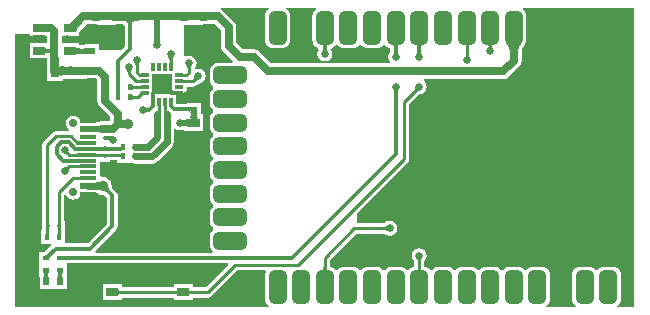
<source format=gtl>
G04 Layer_Physical_Order=1*
G04 Layer_Color=255*
%FSAX25Y25*%
%MOIN*%
G70*
G01*
G75*
%ADD10R,0.01575X0.02362*%
%ADD11R,0.03937X0.03150*%
%ADD12R,0.02362X0.01968*%
%ADD13R,0.11024X0.11024*%
G04:AMPARAMS|DCode=14|XSize=110.24mil|YSize=59.84mil|CornerRadius=14.96mil|HoleSize=0mil|Usage=FLASHONLY|Rotation=270.000|XOffset=0mil|YOffset=0mil|HoleType=Round|Shape=RoundedRectangle|*
%AMROUNDEDRECTD14*
21,1,0.11024,0.02992,0,0,270.0*
21,1,0.08031,0.05984,0,0,270.0*
1,1,0.02992,-0.01496,-0.04016*
1,1,0.02992,-0.01496,0.04016*
1,1,0.02992,0.01496,0.04016*
1,1,0.02992,0.01496,-0.04016*
%
%ADD14ROUNDEDRECTD14*%
G04:AMPARAMS|DCode=15|XSize=110.24mil|YSize=59.84mil|CornerRadius=14.96mil|HoleSize=0mil|Usage=FLASHONLY|Rotation=180.000|XOffset=0mil|YOffset=0mil|HoleType=Round|Shape=RoundedRectangle|*
%AMROUNDEDRECTD15*
21,1,0.11024,0.02992,0,0,180.0*
21,1,0.08031,0.05984,0,0,180.0*
1,1,0.02992,-0.04016,0.01496*
1,1,0.02992,0.04016,0.01496*
1,1,0.02992,0.04016,-0.01496*
1,1,0.02992,-0.04016,-0.01496*
%
%ADD15ROUNDEDRECTD15*%
%ADD16R,0.03937X0.02756*%
%ADD17R,0.05512X0.01181*%
%ADD18R,0.05512X0.02362*%
%ADD19R,0.03150X0.03937*%
%ADD20R,0.00984X0.01417*%
%ADD21R,0.01968X0.02756*%
%ADD22R,0.02362X0.01575*%
%ADD23R,0.01417X0.00984*%
%ADD24R,0.03937X0.02953*%
G04:AMPARAMS|DCode=25|XSize=29.92mil|YSize=10.63mil|CornerRadius=1.33mil|HoleSize=0mil|Usage=FLASHONLY|Rotation=270.000|XOffset=0mil|YOffset=0mil|HoleType=Round|Shape=RoundedRectangle|*
%AMROUNDEDRECTD25*
21,1,0.02992,0.00797,0,0,270.0*
21,1,0.02726,0.01063,0,0,270.0*
1,1,0.00266,-0.00399,-0.01363*
1,1,0.00266,-0.00399,0.01363*
1,1,0.00266,0.00399,0.01363*
1,1,0.00266,0.00399,-0.01363*
%
%ADD25ROUNDEDRECTD25*%
G04:AMPARAMS|DCode=26|XSize=29.92mil|YSize=10.63mil|CornerRadius=1.33mil|HoleSize=0mil|Usage=FLASHONLY|Rotation=180.000|XOffset=0mil|YOffset=0mil|HoleType=Round|Shape=RoundedRectangle|*
%AMROUNDEDRECTD26*
21,1,0.02992,0.00797,0,0,180.0*
21,1,0.02726,0.01063,0,0,180.0*
1,1,0.00266,-0.01363,0.00399*
1,1,0.00266,0.01363,0.00399*
1,1,0.00266,0.01363,-0.00399*
1,1,0.00266,-0.01363,-0.00399*
%
%ADD26ROUNDEDRECTD26*%
%ADD27R,0.07087X0.07087*%
%ADD28C,0.00984*%
%ADD29C,0.01181*%
%ADD30C,0.01968*%
%ADD31C,0.02756*%
%ADD32C,0.01000*%
%ADD33C,0.02362*%
%ADD34C,0.01575*%
%ADD35C,0.02756*%
%ADD36O,0.06299X0.03937*%
%ADD37O,0.08268X0.03937*%
%ADD38C,0.02559*%
%ADD39C,0.03543*%
G36*
X0132678Y0156592D02*
X0132641Y0156663D01*
X0132593Y0156727D01*
X0132534Y0156784D01*
X0132465Y0156833D01*
X0132384Y0156874D01*
X0132292Y0156908D01*
X0132190Y0156935D01*
X0132137Y0156943D01*
X0131689Y0156916D01*
X0131630Y0156901D01*
X0131594Y0156883D01*
X0131582Y0156862D01*
Y0158256D01*
X0131594Y0158236D01*
X0131630Y0158218D01*
X0131689Y0158202D01*
X0131772Y0158188D01*
X0131878Y0158176D01*
X0132338Y0158154D01*
X0132536Y0158152D01*
X0133070Y0158188D01*
X0133152Y0158202D01*
X0133287Y0158236D01*
X0133340Y0158256D01*
X0132678Y0156592D01*
D02*
G37*
G36*
X0158673Y0161232D02*
X0158654Y0161342D01*
X0158595Y0161441D01*
X0158496Y0161528D01*
X0158358Y0161603D01*
X0158181Y0161666D01*
X0157965Y0161718D01*
X0157709Y0161759D01*
X0157414Y0161788D01*
X0156705Y0161811D01*
Y0163779D01*
X0157079Y0163785D01*
X0157709Y0163832D01*
X0157965Y0163872D01*
X0158181Y0163924D01*
X0158358Y0163988D01*
X0158496Y0164063D01*
X0158595Y0164150D01*
X0158654Y0164248D01*
X0158673Y0164358D01*
Y0161232D01*
D02*
G37*
G36*
X0105905Y0191732D02*
X0108887D01*
X0109055Y0191710D01*
X0111592D01*
Y0189370D01*
X0105905D01*
Y0184252D01*
X0111592D01*
Y0180118D01*
X0111614Y0179950D01*
Y0176772D01*
X0115877D01*
X0115933Y0176760D01*
X0115989Y0176772D01*
X0117126D01*
Y0177427D01*
X0117151Y0177432D01*
X0117416Y0177472D01*
X0118127Y0177523D01*
X0118898Y0177509D01*
Y0177362D01*
X0119939D01*
X0119947Y0177360D01*
X0119979Y0177362D01*
X0120035D01*
X0120091Y0177351D01*
X0120147Y0177362D01*
X0125197D01*
Y0177537D01*
X0128065D01*
X0128521Y0177081D01*
Y0170079D01*
X0128609Y0169411D01*
X0128867Y0168788D01*
X0129277Y0168254D01*
X0132852Y0164679D01*
Y0163697D01*
X0132776Y0163228D01*
X0129429D01*
Y0163146D01*
X0129253Y0163123D01*
X0128937Y0162992D01*
X0123002D01*
X0122966Y0163267D01*
X0122708Y0163889D01*
X0122298Y0164424D01*
X0121763Y0164834D01*
X0121141Y0165092D01*
X0120472Y0165180D01*
X0119804Y0165092D01*
X0119182Y0164834D01*
X0118647Y0164424D01*
X0118237Y0163889D01*
X0117979Y0163267D01*
X0117891Y0162598D01*
X0117979Y0161930D01*
X0118237Y0161308D01*
X0118647Y0160773D01*
X0119038Y0160474D01*
X0118868Y0159974D01*
X0114567D01*
X0113914Y0159844D01*
X0113361Y0159474D01*
X0110605Y0156718D01*
X0110235Y0156165D01*
X0110105Y0155512D01*
Y0130020D01*
X0110000D01*
Y0127165D01*
X0109843D01*
Y0122441D01*
X0112880D01*
X0113087Y0121941D01*
X0111076Y0119930D01*
X0110984Y0119849D01*
X0110843Y0119737D01*
X0110767Y0119685D01*
X0110603D01*
X0110557Y0119696D01*
X0110494Y0119685D01*
X0109055D01*
Y0115748D01*
Y0113146D01*
X0109051Y0113133D01*
X0109055Y0113085D01*
Y0113060D01*
X0109044Y0113004D01*
X0109055Y0112948D01*
Y0111811D01*
X0109055D01*
X0109244Y0111389D01*
X0109252Y0111349D01*
Y0107480D01*
X0113583D01*
Y0107480D01*
X0113976D01*
Y0107480D01*
X0118307D01*
Y0111349D01*
X0118315Y0111387D01*
X0118504Y0111811D01*
X0118504Y0111811D01*
X0118504Y0111811D01*
Y0112948D01*
X0118515Y0113004D01*
X0118504Y0113060D01*
Y0113085D01*
X0118508Y0113133D01*
X0118504Y0113146D01*
Y0115910D01*
X0171899D01*
X0172091Y0115448D01*
X0164577Y0107934D01*
X0160236D01*
Y0108886D01*
X0153937D01*
Y0107934D01*
X0136614D01*
Y0108886D01*
X0130315D01*
Y0103571D01*
X0136614D01*
Y0104522D01*
X0153937D01*
Y0103571D01*
X0160236D01*
Y0104522D01*
X0165284D01*
X0165936Y0104652D01*
X0166490Y0105022D01*
X0175116Y0113648D01*
X0184306D01*
X0184629Y0113148D01*
X0184478Y0112785D01*
X0184386Y0112087D01*
Y0104055D01*
X0184478Y0103356D01*
X0184748Y0102705D01*
X0185177Y0102146D01*
X0185737Y0101717D01*
X0185766Y0101704D01*
X0185667Y0101204D01*
X0101204D01*
Y0192520D01*
X0105905D01*
Y0191732D01*
D02*
G37*
G36*
X0122708Y0155524D02*
X0122700Y0155540D01*
X0122674Y0155555D01*
X0122631Y0155568D01*
X0122571Y0155579D01*
X0122494Y0155589D01*
X0122288Y0155602D01*
X0121850Y0155610D01*
Y0156595D01*
X0122013Y0156595D01*
X0122631Y0156637D01*
X0122674Y0156650D01*
X0122700Y0156665D01*
X0122708Y0156681D01*
Y0155524D01*
D02*
G37*
G36*
X0119446Y0147872D02*
X0119350Y0147773D01*
X0119192Y0147583D01*
X0119129Y0147493D01*
X0119078Y0147405D01*
X0119037Y0147321D01*
X0119008Y0147240D01*
X0118989Y0147162D01*
X0118982Y0147087D01*
X0118985Y0147015D01*
X0117881Y0148119D01*
X0117953Y0148116D01*
X0118028Y0148123D01*
X0118106Y0148142D01*
X0118187Y0148171D01*
X0118271Y0148212D01*
X0118359Y0148263D01*
X0118449Y0148326D01*
X0118543Y0148399D01*
X0118639Y0148484D01*
X0118739Y0148580D01*
X0119446Y0147872D01*
D02*
G37*
G36*
X0122708Y0151587D02*
X0122698Y0151602D01*
X0122668Y0151615D01*
X0122618Y0151627D01*
X0122548Y0151637D01*
X0122348Y0151653D01*
X0121708Y0151665D01*
Y0152665D01*
X0121898Y0152666D01*
X0122668Y0152716D01*
X0122698Y0152729D01*
X0122708Y0152744D01*
Y0151587D01*
D02*
G37*
G36*
X0118982Y0153307D02*
X0118989Y0153232D01*
X0119008Y0153154D01*
X0119037Y0153073D01*
X0119078Y0152989D01*
X0119129Y0152901D01*
X0119192Y0152811D01*
X0119265Y0152717D01*
X0119350Y0152621D01*
X0119446Y0152521D01*
X0118739Y0151814D01*
X0118639Y0151910D01*
X0118449Y0152068D01*
X0118359Y0152131D01*
X0118271Y0152182D01*
X0118187Y0152223D01*
X0118106Y0152252D01*
X0118028Y0152271D01*
X0117953Y0152278D01*
X0117881Y0152274D01*
X0118985Y0153379D01*
X0118982Y0153307D01*
D02*
G37*
G36*
X0159461Y0166154D02*
X0159641D01*
X0159646Y0166327D01*
X0161614D01*
X0161619Y0166154D01*
X0161799D01*
X0161764Y0166134D01*
X0161732Y0166075D01*
X0161705Y0165977D01*
X0161681Y0165839D01*
X0161660Y0165662D01*
X0161657Y0165594D01*
X0161702Y0165323D01*
X0161770Y0165067D01*
X0161857Y0164850D01*
X0161964Y0164673D01*
X0162091Y0164535D01*
X0162236Y0164437D01*
X0162402Y0164378D01*
X0162586Y0164358D01*
X0161616D01*
X0161614Y0164185D01*
X0159646D01*
X0159645Y0164358D01*
X0158673D01*
X0158858Y0164378D01*
X0159023Y0164437D01*
X0159169Y0164535D01*
X0159296Y0164673D01*
X0159403Y0164850D01*
X0159490Y0165067D01*
X0159558Y0165323D01*
X0159586Y0165489D01*
X0159555Y0165977D01*
X0159527Y0166075D01*
X0159496Y0166134D01*
X0159461Y0166154D01*
X0159449Y0166264D01*
X0159414Y0166362D01*
X0159354Y0166449D01*
X0159272Y0166524D01*
X0159166Y0166588D01*
X0159036Y0166640D01*
X0158882Y0166680D01*
X0158705Y0166709D01*
X0158504Y0166727D01*
X0158280Y0166732D01*
Y0167913D01*
X0158504Y0167915D01*
X0159166Y0167960D01*
X0159272Y0167980D01*
X0159354Y0168004D01*
X0159414Y0168032D01*
X0159449Y0168063D01*
X0159461Y0168098D01*
Y0166154D01*
D02*
G37*
G36*
X0144366Y0172120D02*
X0144273Y0172157D01*
X0144170Y0172170D01*
X0144056Y0172159D01*
X0143933Y0172124D01*
X0143799Y0172065D01*
X0143654Y0171983D01*
X0143500Y0171876D01*
X0143335Y0171745D01*
X0143160Y0171591D01*
X0142974Y0171412D01*
X0142023Y0171852D01*
X0142155Y0171990D01*
X0142377Y0172251D01*
X0142468Y0172376D01*
X0142545Y0172496D01*
X0142607Y0172613D01*
X0142656Y0172725D01*
X0142691Y0172833D01*
X0142712Y0172937D01*
X0142719Y0173036D01*
X0144366Y0172120D01*
D02*
G37*
G36*
X0307457Y0101204D02*
X0301734D01*
X0301635Y0101704D01*
X0301665Y0101717D01*
X0302224Y0102146D01*
X0302653Y0102705D01*
X0302923Y0103356D01*
X0303015Y0104055D01*
Y0112087D01*
X0302923Y0112785D01*
X0302653Y0113437D01*
X0302224Y0113996D01*
X0301665Y0114425D01*
X0301014Y0114695D01*
X0300315Y0114787D01*
X0297323D01*
X0296624Y0114695D01*
X0295973Y0114425D01*
X0295413Y0113996D01*
X0295187Y0113701D01*
X0294577D01*
X0294350Y0113996D01*
X0293791Y0114425D01*
X0293140Y0114695D01*
X0292441Y0114787D01*
X0289449D01*
X0288750Y0114695D01*
X0288099Y0114425D01*
X0287539Y0113996D01*
X0287110Y0113437D01*
X0286841Y0112785D01*
X0286749Y0112087D01*
Y0104055D01*
X0286841Y0103356D01*
X0287110Y0102705D01*
X0287539Y0102146D01*
X0288099Y0101717D01*
X0288129Y0101704D01*
X0288029Y0101204D01*
X0278113D01*
X0278013Y0101704D01*
X0278043Y0101717D01*
X0278602Y0102146D01*
X0279031Y0102705D01*
X0279301Y0103356D01*
X0279393Y0104055D01*
Y0112087D01*
X0279301Y0112785D01*
X0279031Y0113437D01*
X0278602Y0113996D01*
X0278043Y0114425D01*
X0277392Y0114695D01*
X0276693Y0114787D01*
X0273701D01*
X0273002Y0114695D01*
X0272351Y0114425D01*
X0271791Y0113996D01*
X0271565Y0113701D01*
X0270955D01*
X0270728Y0113996D01*
X0270169Y0114425D01*
X0269518Y0114695D01*
X0268819Y0114787D01*
X0265827D01*
X0265128Y0114695D01*
X0264477Y0114425D01*
X0263917Y0113996D01*
X0263691Y0113701D01*
X0263081D01*
X0262854Y0113996D01*
X0262295Y0114425D01*
X0261644Y0114695D01*
X0260945Y0114787D01*
X0257953D01*
X0257254Y0114695D01*
X0256603Y0114425D01*
X0256043Y0113996D01*
X0255817Y0113701D01*
X0255207D01*
X0254980Y0113996D01*
X0254421Y0114425D01*
X0253770Y0114695D01*
X0253071Y0114787D01*
X0250079D01*
X0249380Y0114695D01*
X0248729Y0114425D01*
X0248169Y0113996D01*
X0247943Y0113701D01*
X0247333D01*
X0247106Y0113996D01*
X0246547Y0114425D01*
X0245896Y0114695D01*
X0245197Y0114787D01*
X0242205D01*
X0241506Y0114695D01*
X0240855Y0114425D01*
X0240295Y0113996D01*
X0240069Y0113701D01*
X0239459D01*
X0239232Y0113996D01*
X0238673Y0114425D01*
X0238022Y0114695D01*
X0237533Y0114759D01*
Y0116660D01*
X0237534Y0116664D01*
X0237538Y0116683D01*
X0237541Y0116690D01*
X0237601Y0116730D01*
X0238145Y0117544D01*
X0238336Y0118504D01*
X0238145Y0119464D01*
X0237601Y0120278D01*
X0236787Y0120822D01*
X0235827Y0121013D01*
X0234867Y0120822D01*
X0234053Y0120278D01*
X0233509Y0119464D01*
X0233318Y0118504D01*
X0233509Y0117544D01*
X0234053Y0116730D01*
X0234113Y0116690D01*
X0234115Y0116683D01*
X0234120Y0116664D01*
X0234121Y0116660D01*
Y0114759D01*
X0233632Y0114695D01*
X0232981Y0114425D01*
X0232421Y0113996D01*
X0232195Y0113701D01*
X0231585D01*
X0231358Y0113996D01*
X0230799Y0114425D01*
X0230148Y0114695D01*
X0229449Y0114787D01*
X0226457D01*
X0225758Y0114695D01*
X0225107Y0114425D01*
X0224547Y0113996D01*
X0224321Y0113701D01*
X0223711D01*
X0223484Y0113996D01*
X0222925Y0114425D01*
X0222274Y0114695D01*
X0221575Y0114787D01*
X0218583D01*
X0217884Y0114695D01*
X0217232Y0114425D01*
X0216673Y0113996D01*
X0216447Y0113701D01*
X0215837D01*
X0215610Y0113996D01*
X0215051Y0114425D01*
X0214400Y0114695D01*
X0213701Y0114787D01*
X0210709D01*
X0210010Y0114695D01*
X0209359Y0114425D01*
X0208799Y0113996D01*
X0208573Y0113701D01*
X0207963D01*
X0207736Y0113996D01*
X0207177Y0114425D01*
X0206526Y0114695D01*
X0206037Y0114759D01*
Y0117010D01*
X0214880Y0125853D01*
X0224140D01*
X0224145Y0125852D01*
X0224164Y0125847D01*
X0224170Y0125845D01*
X0224210Y0125785D01*
X0225024Y0125241D01*
X0225984Y0125050D01*
X0226944Y0125241D01*
X0227758Y0125785D01*
X0228302Y0126599D01*
X0228493Y0127559D01*
X0228302Y0128519D01*
X0227758Y0129333D01*
X0226944Y0129877D01*
X0225984Y0130068D01*
X0225024Y0129877D01*
X0224210Y0129333D01*
X0224170Y0129273D01*
X0224164Y0129271D01*
X0224145Y0129266D01*
X0224140Y0129265D01*
X0214961D01*
Y0132627D01*
X0231915Y0149581D01*
X0232285Y0150135D01*
X0232415Y0150787D01*
Y0168978D01*
X0235729Y0172293D01*
X0235733Y0172295D01*
X0235750Y0172305D01*
X0235756Y0172308D01*
X0235827Y0172294D01*
X0236787Y0172485D01*
X0237601Y0173029D01*
X0238145Y0173843D01*
X0238336Y0174803D01*
X0238145Y0175763D01*
X0237601Y0176577D01*
X0237060Y0176939D01*
X0237212Y0177439D01*
X0263878D01*
X0264546Y0177526D01*
X0265168Y0177784D01*
X0265703Y0178195D01*
X0269148Y0181639D01*
X0269558Y0182174D01*
X0269816Y0182797D01*
X0269904Y0183465D01*
Y0185988D01*
X0269905Y0185991D01*
X0269916Y0186400D01*
X0269945Y0186743D01*
X0269991Y0187048D01*
X0270052Y0187317D01*
X0270126Y0187549D01*
X0270209Y0187746D01*
X0270300Y0187911D01*
X0270396Y0188048D01*
X0270500Y0188162D01*
X0270668Y0188309D01*
X0270689Y0188336D01*
X0270718Y0188358D01*
X0270729Y0188366D01*
X0270736Y0188376D01*
X0271157Y0188926D01*
X0271427Y0189577D01*
X0271519Y0190276D01*
Y0198307D01*
X0271427Y0199006D01*
X0271157Y0199657D01*
X0270728Y0200217D01*
X0270169Y0200646D01*
X0270139Y0200658D01*
X0270238Y0201158D01*
X0307457D01*
Y0101204D01*
D02*
G37*
G36*
X0136173Y0173622D02*
X0136142Y0173587D01*
X0136114Y0173528D01*
X0136090Y0173445D01*
X0136070Y0173339D01*
X0136053Y0173209D01*
X0136045Y0173091D01*
X0136070Y0172724D01*
X0136090Y0172618D01*
X0136114Y0172535D01*
X0136142Y0172476D01*
X0136173Y0172441D01*
X0136208Y0172429D01*
X0134658D01*
X0134693Y0172441D01*
X0134724Y0172476D01*
X0134752Y0172535D01*
X0134776Y0172618D01*
X0134796Y0172724D01*
X0134813Y0172854D01*
X0134821Y0172973D01*
X0134796Y0173339D01*
X0134776Y0173445D01*
X0134752Y0173528D01*
X0134724Y0173587D01*
X0134693Y0173622D01*
X0134658Y0173634D01*
X0136208D01*
X0136173Y0173622D01*
D02*
G37*
G36*
X0153532Y0173707D02*
X0153568Y0173606D01*
X0153628Y0173518D01*
X0153712Y0173441D01*
X0153820Y0173376D01*
X0153951Y0173323D01*
X0154106Y0173282D01*
X0154284Y0173252D01*
X0154486Y0173234D01*
X0154712Y0173228D01*
Y0172047D01*
X0153531Y0172059D01*
X0153519Y0173819D01*
X0153532Y0173707D01*
D02*
G37*
G36*
X0144736Y0167692D02*
X0144788Y0167656D01*
X0144850Y0167624D01*
X0144924Y0167596D01*
X0145009Y0167573D01*
X0145106Y0167554D01*
X0145213Y0167539D01*
X0145462Y0167522D01*
X0145604Y0167520D01*
Y0166339D01*
X0145462Y0166336D01*
X0145213Y0166319D01*
X0145106Y0166305D01*
X0145009Y0166285D01*
X0144924Y0166262D01*
X0144850Y0166234D01*
X0144788Y0166202D01*
X0144736Y0166166D01*
X0144696Y0166125D01*
Y0167733D01*
X0144736Y0167692D01*
D02*
G37*
G36*
X0140155Y0172151D02*
X0140185Y0172067D01*
X0140234Y0171993D01*
X0140303Y0171929D01*
X0140392Y0171875D01*
X0140500Y0171831D01*
X0140628Y0171796D01*
X0140775Y0171772D01*
X0140943Y0171757D01*
X0141130Y0171752D01*
Y0170768D01*
X0140943Y0170763D01*
X0140775Y0170748D01*
X0140628Y0170723D01*
X0140500Y0170689D01*
X0140392Y0170645D01*
X0140303Y0170591D01*
X0140234Y0170527D01*
X0140185Y0170453D01*
X0140155Y0170369D01*
X0140146Y0170276D01*
Y0172244D01*
X0140155Y0172151D01*
D02*
G37*
G36*
X0148116Y0172059D02*
X0148016Y0172022D01*
X0147927Y0171962D01*
X0147850Y0171878D01*
X0147785Y0171771D01*
X0147732Y0171640D01*
X0147691Y0171485D01*
X0147661Y0171306D01*
X0147644Y0171104D01*
X0147638Y0170878D01*
X0146457D01*
X0146469Y0172059D01*
X0148228Y0172071D01*
X0148116Y0172059D01*
D02*
G37*
G36*
X0122708Y0147650D02*
X0122698Y0147665D01*
X0122668Y0147678D01*
X0122618Y0147690D01*
X0122548Y0147700D01*
X0122348Y0147716D01*
X0121708Y0147728D01*
Y0148728D01*
X0121898Y0148729D01*
X0122668Y0148779D01*
X0122698Y0148792D01*
X0122708Y0148807D01*
Y0147650D01*
D02*
G37*
G36*
X0117201Y0112992D02*
X0117103Y0112957D01*
X0117016Y0112898D01*
X0116941Y0112815D01*
X0116877Y0112709D01*
X0116825Y0112579D01*
X0116784Y0112425D01*
X0116755Y0112248D01*
X0116750Y0112188D01*
X0116767Y0111984D01*
X0116793Y0111830D01*
X0116828Y0111701D01*
X0116870Y0111594D01*
X0116919Y0111512D01*
X0116977Y0111452D01*
X0117042Y0111417D01*
X0117114Y0111405D01*
X0115170D01*
X0115242Y0111417D01*
X0115307Y0111452D01*
X0115364Y0111512D01*
X0115414Y0111594D01*
X0115456Y0111701D01*
X0115490Y0111830D01*
X0115517Y0111984D01*
X0115536Y0112159D01*
X0115528Y0112248D01*
X0115499Y0112425D01*
X0115459Y0112579D01*
X0115407Y0112709D01*
X0115343Y0112815D01*
X0115268Y0112898D01*
X0115181Y0112957D01*
X0115083Y0112992D01*
X0114973Y0113004D01*
X0117311D01*
X0117201Y0112992D01*
D02*
G37*
G36*
X0204828Y0114378D02*
X0204842Y0114209D01*
X0204867Y0114060D01*
X0204902Y0113930D01*
X0204946Y0113821D01*
X0205000Y0113731D01*
X0205064Y0113661D01*
X0205138Y0113611D01*
X0205222Y0113581D01*
X0205315Y0113572D01*
X0203346D01*
X0203440Y0113581D01*
X0203524Y0113611D01*
X0203597Y0113661D01*
X0203661Y0113731D01*
X0203715Y0113821D01*
X0203760Y0113930D01*
X0203794Y0114060D01*
X0203819Y0114209D01*
X0203834Y0114378D01*
X0203839Y0114568D01*
X0204823D01*
X0204828Y0114378D01*
D02*
G37*
G36*
X0236324D02*
X0236339Y0114209D01*
X0236363Y0114060D01*
X0236398Y0113930D01*
X0236442Y0113821D01*
X0236496Y0113731D01*
X0236560Y0113661D01*
X0236634Y0113611D01*
X0236718Y0113581D01*
X0236811Y0113572D01*
X0234842D01*
X0234936Y0113581D01*
X0235020Y0113611D01*
X0235093Y0113661D01*
X0235157Y0113731D01*
X0235212Y0113821D01*
X0235256Y0113930D01*
X0235290Y0114060D01*
X0235315Y0114209D01*
X0235330Y0114378D01*
X0235335Y0114568D01*
X0236319D01*
X0236324Y0114378D01*
D02*
G37*
G36*
X0112477Y0112992D02*
X0112378Y0112957D01*
X0112291Y0112898D01*
X0112216Y0112815D01*
X0112153Y0112709D01*
X0112100Y0112579D01*
X0112060Y0112425D01*
X0112031Y0112248D01*
X0112026Y0112188D01*
X0112042Y0111984D01*
X0112069Y0111830D01*
X0112103Y0111701D01*
X0112145Y0111594D01*
X0112195Y0111512D01*
X0112252Y0111452D01*
X0112317Y0111417D01*
X0112390Y0111405D01*
X0110445D01*
X0110518Y0111417D01*
X0110582Y0111452D01*
X0110640Y0111512D01*
X0110689Y0111594D01*
X0110731Y0111701D01*
X0110766Y0111830D01*
X0110792Y0111984D01*
X0110811Y0112159D01*
X0110804Y0112248D01*
X0110775Y0112425D01*
X0110734Y0112579D01*
X0110682Y0112709D01*
X0110618Y0112815D01*
X0110543Y0112898D01*
X0110457Y0112957D01*
X0110358Y0112992D01*
X0110248Y0113004D01*
X0112586D01*
X0112477Y0112992D01*
D02*
G37*
G36*
X0135419Y0107119D02*
X0135449Y0107035D01*
X0135499Y0106962D01*
X0135568Y0106898D01*
X0135658Y0106843D01*
X0135768Y0106799D01*
X0135897Y0106765D01*
X0136047Y0106740D01*
X0136216Y0106725D01*
X0136405Y0106720D01*
Y0105736D01*
X0136216Y0105731D01*
X0136047Y0105717D01*
X0135897Y0105692D01*
X0135768Y0105657D01*
X0135658Y0105613D01*
X0135568Y0105559D01*
X0135499Y0105495D01*
X0135449Y0105421D01*
X0135419Y0105338D01*
X0135409Y0105244D01*
Y0107213D01*
X0135419Y0107119D01*
D02*
G37*
G36*
X0155142Y0105244D02*
X0155132Y0105338D01*
X0155102Y0105421D01*
X0155052Y0105495D01*
X0154983Y0105559D01*
X0154893Y0105613D01*
X0154783Y0105657D01*
X0154654Y0105692D01*
X0154505Y0105717D01*
X0154335Y0105731D01*
X0154146Y0105736D01*
Y0106720D01*
X0154335Y0106725D01*
X0154505Y0106740D01*
X0154654Y0106765D01*
X0154783Y0106799D01*
X0154893Y0106843D01*
X0154983Y0106898D01*
X0155052Y0106962D01*
X0155102Y0107035D01*
X0155132Y0107119D01*
X0155142Y0107213D01*
Y0105244D01*
D02*
G37*
G36*
X0159041Y0107119D02*
X0159071Y0107035D01*
X0159121Y0106962D01*
X0159190Y0106898D01*
X0159280Y0106843D01*
X0159390Y0106799D01*
X0159519Y0106765D01*
X0159669Y0106740D01*
X0159838Y0106725D01*
X0160027Y0106720D01*
Y0105736D01*
X0159838Y0105731D01*
X0159669Y0105717D01*
X0159519Y0105692D01*
X0159390Y0105657D01*
X0159280Y0105613D01*
X0159190Y0105559D01*
X0159121Y0105495D01*
X0159071Y0105421D01*
X0159041Y0105338D01*
X0159031Y0105244D01*
Y0107213D01*
X0159041Y0107119D01*
D02*
G37*
G36*
X0236646Y0117509D02*
X0236577Y0117422D01*
X0236517Y0117331D01*
X0236464Y0117235D01*
X0236420Y0117134D01*
X0236384Y0117028D01*
X0236355Y0116917D01*
X0236335Y0116801D01*
X0236323Y0116681D01*
X0236319Y0116555D01*
X0235335D01*
X0235331Y0116681D01*
X0235318Y0116801D01*
X0235298Y0116917D01*
X0235270Y0117028D01*
X0235234Y0117134D01*
X0235189Y0117235D01*
X0235137Y0117331D01*
X0235076Y0117422D01*
X0235008Y0117509D01*
X0234931Y0117590D01*
X0236722D01*
X0236646Y0117509D01*
D02*
G37*
G36*
X0131512Y0141651D02*
X0131561Y0141543D01*
X0131643Y0141409D01*
X0131701Y0141329D01*
X0132087Y0141715D01*
X0132091Y0141536D01*
X0132107Y0141364D01*
X0132135Y0141198D01*
X0132175Y0141038D01*
X0132227Y0140885D01*
X0132290Y0140739D01*
X0132366Y0140599D01*
X0132454Y0140465D01*
X0132491Y0140418D01*
X0132817Y0140069D01*
X0133126Y0139756D01*
X0132291Y0138921D01*
X0131978Y0139231D01*
X0131510Y0139641D01*
X0131448Y0139681D01*
X0131308Y0139757D01*
X0131162Y0139821D01*
X0131009Y0139873D01*
X0130850Y0139912D01*
X0130684Y0139941D01*
X0130511Y0139956D01*
X0130333Y0139961D01*
X0130712Y0140340D01*
X0130638Y0140404D01*
X0130504Y0140486D01*
X0130396Y0140535D01*
X0130314Y0140551D01*
X0131496Y0141733D01*
X0131512Y0141651D01*
D02*
G37*
G36*
X0129050Y0140492D02*
X0129028Y0140503D01*
X0128987Y0140513D01*
X0128925Y0140522D01*
X0128741Y0140536D01*
X0128133Y0140551D01*
X0127931Y0140551D01*
Y0142913D01*
X0129050Y0142972D01*
Y0140492D01*
D02*
G37*
G36*
X0122708Y0143713D02*
X0122698Y0143729D01*
X0122669Y0143744D01*
X0122620Y0143757D01*
X0122551Y0143768D01*
X0122462Y0143778D01*
X0122078Y0143796D01*
X0121724Y0143799D01*
Y0144783D01*
X0121911Y0144784D01*
X0122620Y0144826D01*
X0122669Y0144839D01*
X0122698Y0144853D01*
X0122708Y0144870D01*
Y0143713D01*
D02*
G37*
G36*
X0125452Y0139324D02*
X0128603D01*
X0128826Y0139153D01*
X0129544Y0138856D01*
X0130315Y0138754D01*
X0130331Y0138756D01*
X0130441Y0138754D01*
X0130527Y0138746D01*
X0130602Y0138733D01*
X0130668Y0138716D01*
X0130727Y0138696D01*
X0130780Y0138673D01*
X0130797Y0138664D01*
X0131051Y0138442D01*
X0131658Y0137834D01*
Y0129095D01*
X0125236Y0122672D01*
X0117717D01*
Y0127165D01*
X0117559D01*
Y0130020D01*
X0117454D01*
Y0138613D01*
X0117596Y0138715D01*
X0118210Y0138539D01*
X0118237Y0138473D01*
X0118647Y0137939D01*
X0119182Y0137529D01*
X0119804Y0137271D01*
X0120472Y0137183D01*
X0121141Y0137271D01*
X0121763Y0137529D01*
X0122298Y0137939D01*
X0122708Y0138473D01*
X0122966Y0139096D01*
X0123002Y0139370D01*
X0125219D01*
X0125452Y0139324D01*
D02*
G37*
G36*
X0117323Y0118457D02*
X0117358Y0118425D01*
X0117417Y0118398D01*
X0117500Y0118374D01*
X0117606Y0118353D01*
X0117736Y0118337D01*
X0118067Y0118315D01*
X0118492Y0118307D01*
Y0117126D01*
X0118268Y0117124D01*
X0117606Y0117080D01*
X0117500Y0117059D01*
X0117417Y0117035D01*
X0117358Y0117008D01*
X0117323Y0116976D01*
X0117311Y0116941D01*
Y0118492D01*
X0117323Y0118457D01*
D02*
G37*
G36*
X0113422Y0118886D02*
X0113170Y0118626D01*
X0112779Y0118168D01*
X0112639Y0117970D01*
X0112537Y0117792D01*
X0112472Y0117636D01*
X0112445Y0117500D01*
X0112455Y0117384D01*
X0112502Y0117289D01*
X0112586Y0117215D01*
X0110522Y0118492D01*
X0110632Y0118443D01*
X0110754Y0118423D01*
X0110889Y0118433D01*
X0111037Y0118472D01*
X0111198Y0118541D01*
X0111371Y0118639D01*
X0111558Y0118767D01*
X0111757Y0118924D01*
X0111968Y0119111D01*
X0112193Y0119327D01*
X0113422Y0118886D01*
D02*
G37*
G36*
X0225071Y0126663D02*
X0224989Y0126740D01*
X0224903Y0126809D01*
X0224811Y0126869D01*
X0224715Y0126922D01*
X0224614Y0126966D01*
X0224508Y0127002D01*
X0224397Y0127031D01*
X0224282Y0127051D01*
X0224161Y0127063D01*
X0224035Y0127067D01*
Y0128051D01*
X0224161Y0128055D01*
X0224282Y0128067D01*
X0224397Y0128087D01*
X0224508Y0128116D01*
X0224614Y0128152D01*
X0224715Y0128197D01*
X0224811Y0128249D01*
X0224903Y0128309D01*
X0224989Y0128378D01*
X0225071Y0128455D01*
Y0126663D01*
D02*
G37*
G36*
X0201515Y0200658D02*
X0201484Y0200646D01*
X0200925Y0200217D01*
X0200496Y0199657D01*
X0200226Y0199006D01*
X0200134Y0198307D01*
Y0190276D01*
X0200226Y0189577D01*
X0200496Y0188926D01*
X0200925Y0188366D01*
X0201484Y0187937D01*
X0202029Y0187711D01*
X0202201Y0187382D01*
X0202254Y0187147D01*
X0202013Y0186787D01*
X0201822Y0185827D01*
X0202013Y0184867D01*
X0202557Y0184053D01*
X0203371Y0183509D01*
X0204331Y0183318D01*
X0205291Y0183509D01*
X0206105Y0184053D01*
X0206649Y0184867D01*
X0206840Y0185827D01*
X0206649Y0186787D01*
X0206408Y0187147D01*
X0206461Y0187382D01*
X0206632Y0187711D01*
X0207177Y0187937D01*
X0207736Y0188366D01*
X0207963Y0188661D01*
X0208573D01*
X0208799Y0188366D01*
X0209359Y0187937D01*
X0210010Y0187667D01*
X0210709Y0187575D01*
X0213701D01*
X0214400Y0187667D01*
X0215051Y0187937D01*
X0215610Y0188366D01*
X0215837Y0188661D01*
X0216447D01*
X0216673Y0188366D01*
X0217233Y0187937D01*
X0217884Y0187667D01*
X0218583Y0187575D01*
X0221575D01*
X0222274Y0187667D01*
X0222925Y0187937D01*
X0223484Y0188366D01*
X0223711Y0188661D01*
X0224321D01*
X0224547Y0188366D01*
X0225107Y0187937D01*
X0225758Y0187667D01*
X0226146Y0187616D01*
Y0186371D01*
X0225635Y0185606D01*
X0225444Y0184646D01*
X0225635Y0183686D01*
X0226026Y0183101D01*
X0225758Y0182601D01*
X0186404D01*
X0182534Y0186471D01*
X0181999Y0186881D01*
X0181377Y0187139D01*
X0180709Y0187227D01*
X0176955D01*
X0174825Y0189357D01*
Y0194685D01*
X0174737Y0195353D01*
X0174479Y0195976D01*
X0174069Y0196510D01*
X0170526Y0200054D01*
X0169991Y0200464D01*
X0169522Y0200658D01*
X0169622Y0201158D01*
X0185667D01*
X0185766Y0200658D01*
X0185737Y0200646D01*
X0185177Y0200217D01*
X0184748Y0199657D01*
X0184478Y0199006D01*
X0184386Y0198307D01*
Y0190276D01*
X0184478Y0189577D01*
X0184748Y0188926D01*
X0185177Y0188366D01*
X0185737Y0187937D01*
X0186388Y0187667D01*
X0187087Y0187575D01*
X0190079D01*
X0190778Y0187667D01*
X0191429Y0187937D01*
X0191988Y0188366D01*
X0192417Y0188926D01*
X0192687Y0189577D01*
X0192779Y0190276D01*
Y0198307D01*
X0192687Y0199006D01*
X0192417Y0199657D01*
X0191988Y0200217D01*
X0191429Y0200646D01*
X0191399Y0200658D01*
X0191498Y0201158D01*
X0201415D01*
X0201515Y0200658D01*
D02*
G37*
G36*
X0229022Y0188779D02*
X0228921Y0188743D01*
X0228833Y0188683D01*
X0228756Y0188600D01*
X0228691Y0188492D01*
X0228638Y0188361D01*
X0228596Y0188206D01*
X0228567Y0188027D01*
X0228549Y0187824D01*
X0228543Y0187598D01*
X0227362D01*
X0227356Y0187824D01*
X0227339Y0188027D01*
X0227309Y0188206D01*
X0227268Y0188361D01*
X0227215Y0188492D01*
X0227150Y0188600D01*
X0227073Y0188683D01*
X0226984Y0188743D01*
X0226884Y0188779D01*
X0226772Y0188791D01*
X0229134D01*
X0229022Y0188779D01*
D02*
G37*
G36*
X0236896Y0188779D02*
X0236795Y0188743D01*
X0236707Y0188683D01*
X0236630Y0188600D01*
X0236565Y0188492D01*
X0236512Y0188361D01*
X0236471Y0188206D01*
X0236441Y0188027D01*
X0236423Y0187824D01*
X0236417Y0187598D01*
X0235236D01*
X0235230Y0187824D01*
X0235213Y0188027D01*
X0235183Y0188206D01*
X0235142Y0188361D01*
X0235089Y0188492D01*
X0235024Y0188600D01*
X0234947Y0188683D01*
X0234858Y0188743D01*
X0234758Y0188779D01*
X0234646Y0188791D01*
X0237008D01*
X0236896Y0188779D01*
D02*
G37*
G36*
X0260340Y0188781D02*
X0260256Y0188751D01*
X0260182Y0188701D01*
X0260118Y0188631D01*
X0260064Y0188542D01*
X0260020Y0188432D01*
X0259985Y0188303D01*
X0259973Y0188227D01*
X0259977Y0188201D01*
X0260005Y0188090D01*
X0260042Y0187985D01*
X0260086Y0187883D01*
X0260139Y0187787D01*
X0260199Y0187696D01*
X0260268Y0187610D01*
X0260345Y0187528D01*
X0258553D01*
X0258630Y0187610D01*
X0258698Y0187696D01*
X0258759Y0187787D01*
X0258811Y0187883D01*
X0258856Y0187985D01*
X0258892Y0188090D01*
X0258920Y0188201D01*
X0258925Y0188227D01*
X0258912Y0188303D01*
X0258878Y0188432D01*
X0258834Y0188542D01*
X0258780Y0188631D01*
X0258716Y0188701D01*
X0258642Y0188751D01*
X0258558Y0188781D01*
X0258465Y0188791D01*
X0260433D01*
X0260340Y0188781D01*
D02*
G37*
G36*
X0125602Y0185839D02*
X0125587Y0185874D01*
X0125540Y0185905D01*
X0125461Y0185933D01*
X0125351Y0185957D01*
X0125209Y0185977D01*
X0124831Y0186007D01*
X0124028Y0186024D01*
Y0187598D01*
X0124327Y0187600D01*
X0125351Y0187665D01*
X0125461Y0187689D01*
X0125540Y0187717D01*
X0125587Y0187748D01*
X0125602Y0187783D01*
Y0185839D01*
D02*
G37*
G36*
X0269654Y0189023D02*
X0269454Y0188801D01*
X0269277Y0188550D01*
X0269124Y0188273D01*
X0268995Y0187967D01*
X0268889Y0187634D01*
X0268807Y0187273D01*
X0268748Y0186884D01*
X0268713Y0186467D01*
X0268701Y0186023D01*
X0265945D01*
X0265933Y0186467D01*
X0265898Y0186884D01*
X0265839Y0187273D01*
X0265757Y0187634D01*
X0265651Y0187967D01*
X0265521Y0188273D01*
X0265368Y0188550D01*
X0265192Y0188801D01*
X0264992Y0189023D01*
X0264768Y0189217D01*
X0269877D01*
X0269654Y0189023D01*
D02*
G37*
G36*
X0204827Y0187650D02*
X0204839Y0187530D01*
X0204859Y0187414D01*
X0204887Y0187303D01*
X0204924Y0187197D01*
X0204968Y0187096D01*
X0205021Y0187000D01*
X0205081Y0186908D01*
X0205150Y0186822D01*
X0205226Y0186741D01*
X0203435D01*
X0203512Y0186822D01*
X0203580Y0186908D01*
X0203641Y0187000D01*
X0203693Y0187096D01*
X0203738Y0187197D01*
X0203774Y0187303D01*
X0203802Y0187414D01*
X0203822Y0187530D01*
X0203835Y0187650D01*
X0203839Y0187776D01*
X0204823D01*
X0204827Y0187650D01*
D02*
G37*
G36*
X0205222Y0188781D02*
X0205138Y0188751D01*
X0205064Y0188701D01*
X0205000Y0188631D01*
X0204946Y0188542D01*
X0204902Y0188432D01*
X0204867Y0188303D01*
X0204842Y0188153D01*
X0204828Y0187984D01*
X0204823Y0187794D01*
X0203839D01*
X0203834Y0187984D01*
X0203819Y0188153D01*
X0203794Y0188303D01*
X0203760Y0188432D01*
X0203716Y0188542D01*
X0203661Y0188631D01*
X0203597Y0188701D01*
X0203524Y0188751D01*
X0203440Y0188781D01*
X0203346Y0188791D01*
X0205315D01*
X0205222Y0188781D01*
D02*
G37*
G36*
X0129540Y0196666D02*
X0129512Y0196701D01*
X0129429Y0196732D01*
X0129291Y0196760D01*
X0129099Y0196784D01*
X0128547Y0196821D01*
X0126784Y0196850D01*
Y0199606D01*
X0127307Y0199608D01*
X0129512Y0199756D01*
X0129540Y0199791D01*
Y0196666D01*
D02*
G37*
G36*
X0158673D02*
X0158646Y0196701D01*
X0158563Y0196732D01*
X0158425Y0196760D01*
X0158232Y0196784D01*
X0157681Y0196821D01*
X0155918Y0196850D01*
Y0199606D01*
X0156441Y0199608D01*
X0158646Y0199756D01*
X0158673Y0199791D01*
Y0196666D01*
D02*
G37*
G36*
X0162610Y0199756D02*
X0162681Y0199725D01*
X0162800Y0199697D01*
X0162966Y0199673D01*
X0163441Y0199636D01*
X0164961Y0199606D01*
Y0196850D01*
X0164509Y0196849D01*
X0162681Y0196732D01*
X0162610Y0196701D01*
X0162586Y0196666D01*
Y0199791D01*
X0162610Y0199756D01*
D02*
G37*
G36*
X0123197Y0195657D02*
X0122826Y0195279D01*
X0121735Y0194000D01*
X0121560Y0193738D01*
X0121423Y0193500D01*
X0121326Y0193285D01*
X0121267Y0193094D01*
X0121248Y0192925D01*
X0117350Y0195657D01*
X0117596Y0195532D01*
X0117873Y0195478D01*
X0118182Y0195495D01*
X0118524Y0195584D01*
X0118898Y0195743D01*
X0119303Y0195973D01*
X0119741Y0196275D01*
X0120211Y0196648D01*
X0120714Y0197091D01*
X0121248Y0197606D01*
X0123197Y0195657D01*
D02*
G37*
G36*
X0126763Y0195646D02*
X0128347Y0195620D01*
Y0195473D01*
X0129388D01*
X0129395Y0195470D01*
X0129428Y0195473D01*
X0129484D01*
X0129540Y0195461D01*
X0129596Y0195473D01*
X0133397D01*
X0133453Y0195461D01*
X0133509Y0195473D01*
X0133564D01*
X0133597Y0195470D01*
X0133604Y0195473D01*
X0134646D01*
Y0195572D01*
X0135727Y0195644D01*
X0136037Y0195646D01*
X0136488Y0195635D01*
X0136885Y0195605D01*
X0137208Y0195559D01*
X0137452Y0195503D01*
X0137514Y0195481D01*
X0137564Y0194796D01*
Y0188150D01*
X0136422Y0187008D01*
X0129134D01*
Y0188976D01*
X0125684D01*
X0125637Y0188987D01*
X0125620Y0188984D01*
X0125602Y0188988D01*
X0125547Y0188976D01*
X0124409D01*
Y0188818D01*
X0122441D01*
Y0189370D01*
X0121304D01*
X0121248Y0189381D01*
X0121192Y0189370D01*
X0116754D01*
Y0191732D01*
X0119124D01*
X0119291Y0191710D01*
X0119882D01*
X0120050Y0191732D01*
X0121099D01*
X0121109Y0191729D01*
X0121148Y0191732D01*
X0122441D01*
Y0192777D01*
X0122444Y0192787D01*
X0122451Y0192847D01*
X0122455Y0192859D01*
X0122496Y0192951D01*
X0122584Y0193103D01*
X0122696Y0193271D01*
X0123716Y0194466D01*
X0124057Y0194815D01*
X0124060Y0194819D01*
X0124888Y0195647D01*
X0126759D01*
X0126763Y0195646D01*
D02*
G37*
G36*
X0133480Y0199756D02*
X0133563Y0199725D01*
X0133701Y0199697D01*
X0133894Y0199673D01*
X0134445Y0199636D01*
X0136208Y0199606D01*
Y0197003D01*
X0139370Y0199606D01*
X0142717Y0196850D01*
X0142193Y0196839D01*
X0141724Y0196803D01*
X0141311Y0196744D01*
X0140953Y0196661D01*
X0140650Y0196555D01*
X0140402Y0196425D01*
X0140209Y0196272D01*
X0140071Y0196095D01*
X0140029Y0195993D01*
X0139995Y0195610D01*
X0139964Y0194733D01*
X0139961Y0194227D01*
X0138779D01*
X0138776Y0194733D01*
X0138678Y0196072D01*
X0138669Y0196095D01*
X0138531Y0196272D01*
X0138339Y0196425D01*
X0138091Y0196555D01*
X0137787Y0196661D01*
X0137429Y0196744D01*
X0137016Y0196803D01*
X0136547Y0196839D01*
X0136049Y0196850D01*
X0135685Y0196849D01*
X0133480Y0196701D01*
X0133453Y0196666D01*
Y0199791D01*
X0133480Y0199756D01*
D02*
G37*
G36*
X0169663Y0193616D02*
Y0188287D01*
X0169751Y0187619D01*
X0170009Y0186997D01*
X0170419Y0186462D01*
X0173642Y0183240D01*
X0173434Y0182740D01*
X0168819D01*
X0168120Y0182648D01*
X0167469Y0182378D01*
X0166910Y0181949D01*
X0166480Y0181389D01*
X0166211Y0180738D01*
X0166119Y0180039D01*
Y0177047D01*
X0166211Y0176348D01*
X0166480Y0175697D01*
X0166910Y0175138D01*
X0167205Y0174911D01*
Y0174301D01*
X0166910Y0174075D01*
X0166480Y0173515D01*
X0166211Y0172864D01*
X0166119Y0172165D01*
Y0169173D01*
X0166211Y0168474D01*
X0166480Y0167823D01*
X0166910Y0167264D01*
X0167205Y0167037D01*
Y0166427D01*
X0166910Y0166201D01*
X0166480Y0165641D01*
X0166211Y0164990D01*
X0166119Y0164291D01*
Y0161299D01*
X0166211Y0160600D01*
X0166480Y0159949D01*
X0166910Y0159390D01*
X0167205Y0159163D01*
Y0158553D01*
X0166910Y0158327D01*
X0166480Y0157767D01*
X0166211Y0157116D01*
X0166119Y0156417D01*
Y0153425D01*
X0166211Y0152726D01*
X0166480Y0152075D01*
X0166910Y0151516D01*
X0167205Y0151289D01*
Y0150679D01*
X0166910Y0150453D01*
X0166480Y0149893D01*
X0166211Y0149242D01*
X0166119Y0148543D01*
Y0145551D01*
X0166211Y0144852D01*
X0166480Y0144201D01*
X0166910Y0143642D01*
X0167205Y0143415D01*
Y0142805D01*
X0166910Y0142579D01*
X0166480Y0142019D01*
X0166211Y0141368D01*
X0166119Y0140669D01*
Y0137677D01*
X0166211Y0136978D01*
X0166480Y0136327D01*
X0166910Y0135768D01*
X0167205Y0135541D01*
Y0134931D01*
X0166910Y0134705D01*
X0166480Y0134145D01*
X0166211Y0133494D01*
X0166119Y0132795D01*
Y0129803D01*
X0166211Y0129104D01*
X0166480Y0128453D01*
X0166910Y0127894D01*
X0167205Y0127667D01*
Y0127057D01*
X0166910Y0126831D01*
X0166480Y0126271D01*
X0166211Y0125620D01*
X0166119Y0124921D01*
Y0121929D01*
X0166211Y0121230D01*
X0166480Y0120579D01*
X0166910Y0120020D01*
X0166736Y0119523D01*
X0127903D01*
X0127696Y0120023D01*
X0134742Y0127069D01*
X0135133Y0127655D01*
X0135271Y0128347D01*
Y0138583D01*
X0135133Y0139274D01*
X0134742Y0139860D01*
X0133501Y0141101D01*
X0133421Y0141186D01*
X0133401Y0141217D01*
X0133374Y0141267D01*
X0133351Y0141320D01*
X0133331Y0141379D01*
X0133314Y0141445D01*
X0133302Y0141520D01*
X0133294Y0141606D01*
X0133291Y0141716D01*
X0133293Y0141732D01*
X0133192Y0142503D01*
X0132894Y0143221D01*
X0132421Y0143838D01*
X0131804Y0144311D01*
X0131086Y0144609D01*
X0130315Y0144711D01*
X0129889Y0144654D01*
X0129389Y0145053D01*
Y0146063D01*
X0129389D01*
Y0149280D01*
X0129429Y0149764D01*
X0132776D01*
Y0150451D01*
X0135039D01*
Y0149213D01*
X0140712D01*
X0140945Y0149166D01*
X0146850D01*
X0147772Y0149350D01*
X0148553Y0149872D01*
X0153278Y0154596D01*
X0153800Y0155377D01*
X0153983Y0156299D01*
Y0160706D01*
X0154483Y0160918D01*
X0155142Y0160477D01*
X0156102Y0160286D01*
X0156980Y0160461D01*
X0157276Y0160313D01*
X0157480Y0160155D01*
Y0160039D01*
X0158617D01*
X0158673Y0160028D01*
X0158729Y0160039D01*
X0163779D01*
Y0164216D01*
X0163784Y0164231D01*
X0163779Y0164279D01*
Y0164302D01*
X0163791Y0164358D01*
X0163779Y0164414D01*
Y0165551D01*
X0162992D01*
Y0166098D01*
X0163003Y0166154D01*
X0162992Y0166210D01*
Y0166261D01*
X0162995Y0166296D01*
X0162992Y0166304D01*
Y0169291D01*
X0160843D01*
X0160630Y0169334D01*
X0160417Y0169291D01*
X0159517D01*
X0159461Y0169302D01*
X0159420Y0169294D01*
X0159379Y0169300D01*
X0159348Y0169291D01*
X0158268D01*
Y0169129D01*
X0154759D01*
Y0169803D01*
X0154724Y0169978D01*
Y0172868D01*
X0157151D01*
X0157663Y0172970D01*
X0158098Y0173260D01*
X0158388Y0173695D01*
X0158490Y0174208D01*
Y0174869D01*
X0160433D01*
X0161086Y0174999D01*
X0161639Y0175368D01*
X0162107Y0175836D01*
X0162111Y0175839D01*
X0162127Y0175849D01*
X0162134Y0175852D01*
X0162205Y0175838D01*
X0163165Y0176029D01*
X0163979Y0176572D01*
X0164523Y0177386D01*
X0164714Y0178347D01*
X0164523Y0179306D01*
X0163979Y0180121D01*
X0163165Y0180664D01*
X0162205Y0180855D01*
X0161275Y0180670D01*
X0161185Y0180738D01*
X0160932Y0181056D01*
X0161373Y0181717D01*
X0161564Y0182677D01*
X0161373Y0183637D01*
X0160829Y0184451D01*
X0160015Y0184995D01*
X0159055Y0185186D01*
X0158095Y0184995D01*
X0157921Y0184879D01*
X0157480Y0185115D01*
Y0194973D01*
X0157480Y0195473D01*
X0158522D01*
X0158529Y0195470D01*
X0158562Y0195473D01*
X0158617D01*
X0158673Y0195461D01*
X0158729Y0195473D01*
X0162530D01*
X0162586Y0195461D01*
X0162642Y0195473D01*
X0163779D01*
Y0195595D01*
X0164550Y0195644D01*
X0164966Y0195646D01*
X0164971Y0195647D01*
X0167632D01*
X0169663Y0193616D01*
D02*
G37*
G36*
X0111023Y0187880D02*
X0111059Y0187779D01*
X0111118Y0187691D01*
X0111201Y0187614D01*
X0111307Y0187549D01*
X0111437Y0187496D01*
X0111590Y0187455D01*
X0111767Y0187425D01*
X0111968Y0187408D01*
X0112193Y0187402D01*
Y0186221D01*
X0111968Y0186215D01*
X0111767Y0186197D01*
X0111590Y0186167D01*
X0111437Y0186126D01*
X0111307Y0186073D01*
X0111201Y0186008D01*
X0111118Y0185931D01*
X0111059Y0185843D01*
X0111023Y0185742D01*
X0111012Y0185630D01*
Y0187992D01*
X0111023Y0187880D01*
D02*
G37*
G36*
X0162192Y0177067D02*
X0162080Y0177064D01*
X0161970Y0177051D01*
X0161863Y0177029D01*
X0161758Y0176998D01*
X0161655Y0176958D01*
X0161555Y0176909D01*
X0161456Y0176851D01*
X0161360Y0176783D01*
X0161266Y0176706D01*
X0161175Y0176620D01*
X0160479Y0177316D01*
X0160565Y0177408D01*
X0160641Y0177502D01*
X0160709Y0177598D01*
X0160767Y0177696D01*
X0160817Y0177797D01*
X0160856Y0177900D01*
X0160887Y0178005D01*
X0160909Y0178112D01*
X0160922Y0178222D01*
X0160925Y0178334D01*
X0162192Y0177067D01*
D02*
G37*
G36*
X0115960Y0181805D02*
X0116043Y0181740D01*
X0116181Y0181683D01*
X0116374Y0181633D01*
X0116622Y0181591D01*
X0116925Y0181557D01*
X0117697Y0181511D01*
X0117991Y0181507D01*
X0120063Y0181646D01*
X0120091Y0181681D01*
Y0178555D01*
X0120063Y0178590D01*
X0119981Y0178622D01*
X0119843Y0178650D01*
X0119650Y0178674D01*
X0119099Y0178711D01*
X0118094Y0178727D01*
X0117283Y0178670D01*
X0116925Y0178616D01*
X0116622Y0178546D01*
X0116374Y0178461D01*
X0116181Y0178360D01*
X0116043Y0178244D01*
X0115960Y0178112D01*
X0115933Y0177965D01*
Y0181878D01*
X0115960Y0181805D01*
D02*
G37*
G36*
X0152041Y0178777D02*
X0152554Y0178675D01*
X0153085D01*
Y0178145D01*
X0153187Y0177632D01*
X0153235Y0177559D01*
X0153187Y0177486D01*
X0153085Y0176973D01*
Y0176176D01*
X0153187Y0175663D01*
X0153235Y0175591D01*
X0153187Y0175518D01*
X0153085Y0175005D01*
Y0174208D01*
X0153102Y0174122D01*
X0152691Y0173622D01*
X0152362D01*
X0151969Y0173228D01*
Y0172899D01*
X0151469Y0172489D01*
X0151383Y0172506D01*
X0150586D01*
X0150073Y0172404D01*
X0150000Y0172355D01*
X0149927Y0172404D01*
X0149414Y0172506D01*
X0148617D01*
X0148104Y0172404D01*
X0147858Y0172239D01*
X0146915D01*
Y0173036D01*
X0146813Y0173549D01*
X0146765Y0173622D01*
X0146813Y0173695D01*
X0146915Y0174208D01*
Y0175005D01*
X0146813Y0175518D01*
X0146765Y0175591D01*
X0146813Y0175663D01*
X0146915Y0176176D01*
Y0176973D01*
X0146813Y0177486D01*
X0146765Y0177559D01*
X0146813Y0177632D01*
X0146915Y0178145D01*
Y0178675D01*
X0147446D01*
X0147959Y0178777D01*
X0148031Y0178826D01*
X0148104Y0178777D01*
X0148617Y0178675D01*
X0149414D01*
X0149927Y0178777D01*
X0150000Y0178826D01*
X0150073Y0178777D01*
X0150586Y0178675D01*
X0151383D01*
X0151896Y0178777D01*
X0151969Y0178826D01*
X0152041Y0178777D01*
D02*
G37*
G36*
X0136026Y0176929D02*
X0136070Y0176268D01*
X0136090Y0176161D01*
X0136114Y0176078D01*
X0136142Y0176020D01*
X0136173Y0175984D01*
X0136208Y0175972D01*
X0134658D01*
X0134693Y0175984D01*
X0134724Y0176020D01*
X0134752Y0176078D01*
X0134776Y0176161D01*
X0134796Y0176268D01*
X0134813Y0176398D01*
X0134835Y0176728D01*
X0134843Y0177153D01*
X0136024D01*
X0136026Y0176929D01*
D02*
G37*
G36*
X0228790Y0173826D02*
X0228739Y0173754D01*
X0228693Y0173675D01*
X0228653Y0173588D01*
X0228620Y0173493D01*
X0228592Y0173390D01*
X0228571Y0173279D01*
X0228555Y0173161D01*
X0228546Y0173034D01*
X0228543Y0172900D01*
X0227362D01*
X0227359Y0173034D01*
X0227335Y0173279D01*
X0227313Y0173390D01*
X0227286Y0173493D01*
X0227252Y0173588D01*
X0227213Y0173675D01*
X0227167Y0173754D01*
X0227115Y0173826D01*
X0227057Y0173889D01*
X0228848D01*
X0228790Y0173826D01*
D02*
G37*
G36*
X0235814Y0173524D02*
X0235702Y0173520D01*
X0235593Y0173508D01*
X0235485Y0173486D01*
X0235380Y0173455D01*
X0235277Y0173415D01*
X0235176Y0173366D01*
X0235078Y0173307D01*
X0234982Y0173240D01*
X0234888Y0173163D01*
X0234797Y0173077D01*
X0234101Y0173773D01*
X0234187Y0173865D01*
X0234263Y0173959D01*
X0234331Y0174055D01*
X0234389Y0174153D01*
X0234438Y0174253D01*
X0234479Y0174356D01*
X0234509Y0174461D01*
X0234531Y0174569D01*
X0234544Y0174679D01*
X0234547Y0174790D01*
X0235814Y0173524D01*
D02*
G37*
G36*
X0140155Y0175497D02*
X0140185Y0175413D01*
X0140234Y0175340D01*
X0140303Y0175276D01*
X0140392Y0175222D01*
X0140500Y0175177D01*
X0140628Y0175143D01*
X0140775Y0175118D01*
X0140943Y0175103D01*
X0141130Y0175098D01*
Y0174114D01*
X0140943Y0174109D01*
X0140775Y0174095D01*
X0140628Y0174071D01*
X0140500Y0174037D01*
X0140392Y0173994D01*
X0140303Y0173941D01*
X0140234Y0173879D01*
X0140185Y0173807D01*
X0140155Y0173725D01*
X0140146Y0173634D01*
Y0175591D01*
X0140155Y0175497D01*
D02*
G37*
G36*
X0139795Y0180501D02*
X0139727Y0180414D01*
X0139666Y0180323D01*
X0139614Y0180227D01*
X0139569Y0180126D01*
X0139533Y0180020D01*
X0139505Y0179909D01*
X0139485Y0179793D01*
X0139472Y0179673D01*
X0139469Y0179547D01*
X0138484D01*
X0138480Y0179673D01*
X0138468Y0179793D01*
X0138448Y0179909D01*
X0138420Y0180020D01*
X0138383Y0180126D01*
X0138339Y0180227D01*
X0138286Y0180323D01*
X0138226Y0180414D01*
X0138157Y0180501D01*
X0138081Y0180582D01*
X0139872D01*
X0139795Y0180501D01*
D02*
G37*
G36*
X0121264Y0188067D02*
X0121311Y0187969D01*
X0121390Y0187882D01*
X0121500Y0187807D01*
X0121642Y0187743D01*
X0121815Y0187691D01*
X0122020Y0187651D01*
X0122256Y0187622D01*
X0122523Y0187604D01*
X0122823Y0187598D01*
Y0186024D01*
X0122523Y0186018D01*
X0122020Y0185972D01*
X0121815Y0185931D01*
X0121642Y0185879D01*
X0121500Y0185815D01*
X0121390Y0185740D01*
X0121311Y0185653D01*
X0121264Y0185555D01*
X0121248Y0185445D01*
Y0188177D01*
X0121264Y0188067D01*
D02*
G37*
G36*
X0228546Y0186414D02*
X0228571Y0186170D01*
X0228592Y0186059D01*
X0228620Y0185956D01*
X0228653Y0185861D01*
X0228693Y0185774D01*
X0228739Y0185695D01*
X0228790Y0185623D01*
X0228848Y0185559D01*
X0227057D01*
X0227115Y0185623D01*
X0227167Y0185695D01*
X0227213Y0185774D01*
X0227252Y0185861D01*
X0227286Y0185956D01*
X0227313Y0186059D01*
X0227335Y0186170D01*
X0227350Y0186288D01*
X0227359Y0186414D01*
X0227362Y0186548D01*
X0228543D01*
X0228546Y0186414D01*
D02*
G37*
G36*
X0236420D02*
X0236445Y0186170D01*
X0236466Y0186059D01*
X0236494Y0185956D01*
X0236527Y0185861D01*
X0236567Y0185774D01*
X0236613Y0185695D01*
X0236665Y0185623D01*
X0236722Y0185559D01*
X0234931D01*
X0234989Y0185623D01*
X0235041Y0185695D01*
X0235087Y0185774D01*
X0235126Y0185861D01*
X0235160Y0185956D01*
X0235187Y0186059D01*
X0235209Y0186170D01*
X0235224Y0186288D01*
X0235233Y0186414D01*
X0235236Y0186548D01*
X0236417D01*
X0236420Y0186414D01*
D02*
G37*
G36*
X0153772Y0184635D02*
X0153703Y0184548D01*
X0153643Y0184457D01*
X0153590Y0184361D01*
X0153546Y0184260D01*
X0153509Y0184154D01*
X0153481Y0184043D01*
X0153461Y0183927D01*
X0153449Y0183807D01*
X0153445Y0183681D01*
X0152461D01*
X0152457Y0183807D01*
X0152445Y0183927D01*
X0152424Y0184043D01*
X0152396Y0184154D01*
X0152360Y0184260D01*
X0152315Y0184361D01*
X0152263Y0184457D01*
X0152202Y0184548D01*
X0152134Y0184635D01*
X0152057Y0184716D01*
X0153848D01*
X0153772Y0184635D01*
D02*
G37*
G36*
X0159874Y0181682D02*
X0159806Y0181595D01*
X0159745Y0181504D01*
X0159693Y0181408D01*
X0159648Y0181307D01*
X0159612Y0181201D01*
X0159584Y0181090D01*
X0159563Y0180974D01*
X0159551Y0180854D01*
X0159547Y0180728D01*
X0158563D01*
X0158559Y0180854D01*
X0158547Y0180974D01*
X0158527Y0181090D01*
X0158498Y0181201D01*
X0158462Y0181307D01*
X0158418Y0181408D01*
X0158365Y0181504D01*
X0158305Y0181595D01*
X0158236Y0181682D01*
X0158159Y0181763D01*
X0159951D01*
X0159874Y0181682D01*
D02*
G37*
G36*
X0115555Y0184110D02*
X0115689Y0182319D01*
X0115738Y0182126D01*
X0115796Y0181988D01*
X0115860Y0181905D01*
X0115933Y0181878D01*
X0112807D01*
X0112805Y0181905D01*
X0112803Y0181988D01*
X0112795Y0184634D01*
X0115551D01*
X0115555Y0184110D01*
D02*
G37*
G36*
X0142551Y0182863D02*
X0142483Y0182776D01*
X0142422Y0182685D01*
X0142370Y0182589D01*
X0142325Y0182488D01*
X0142289Y0182382D01*
X0142261Y0182271D01*
X0142241Y0182156D01*
X0142228Y0182035D01*
X0142224Y0181909D01*
X0141240D01*
X0141236Y0182035D01*
X0141224Y0182156D01*
X0141204Y0182271D01*
X0141176Y0182382D01*
X0141139Y0182488D01*
X0141095Y0182589D01*
X0141042Y0182685D01*
X0140982Y0182776D01*
X0140913Y0182863D01*
X0140837Y0182945D01*
X0142628D01*
X0142551Y0182863D01*
D02*
G37*
D10*
X0139370Y0174803D02*
D03*
X0135433D02*
D03*
X0139370Y0171260D02*
D03*
X0135433D02*
D03*
X0137008Y0154724D02*
D03*
X0140945D02*
D03*
X0137008Y0151575D02*
D03*
X0140945D02*
D03*
X0119685Y0124803D02*
D03*
X0115748D02*
D03*
X0107874D02*
D03*
X0111811D02*
D03*
D11*
X0160630Y0156890D02*
D03*
Y0162795D02*
D03*
X0160630Y0192323D02*
D03*
Y0198228D02*
D03*
X0131496Y0192323D02*
D03*
Y0198228D02*
D03*
X0122047Y0174213D02*
D03*
Y0180118D02*
D03*
D12*
X0160630Y0170669D02*
D03*
Y0167126D02*
D03*
X0164961Y0194685D02*
D03*
Y0198228D02*
D03*
X0126772Y0194685D02*
D03*
Y0198228D02*
D03*
Y0186811D02*
D03*
Y0190354D02*
D03*
Y0176575D02*
D03*
Y0180118D02*
D03*
D13*
X0263386Y0170276D02*
D03*
D14*
X0298819Y0108071D02*
D03*
X0290945D02*
D03*
X0283071D02*
D03*
X0275197D02*
D03*
X0267323D02*
D03*
X0259449D02*
D03*
X0251575D02*
D03*
X0243701D02*
D03*
X0235827D02*
D03*
X0227953D02*
D03*
X0220079D02*
D03*
X0212205D02*
D03*
X0204331D02*
D03*
X0196457D02*
D03*
X0188583D02*
D03*
X0180709D02*
D03*
Y0194291D02*
D03*
X0188583Y0194291D02*
D03*
X0196457Y0194291D02*
D03*
X0204331Y0194291D02*
D03*
X0212205D02*
D03*
X0220079D02*
D03*
X0227953D02*
D03*
X0235827Y0194291D02*
D03*
X0243701Y0194291D02*
D03*
X0251575D02*
D03*
X0259449D02*
D03*
X0267323D02*
D03*
X0275197Y0194291D02*
D03*
D15*
X0172835Y0123425D02*
D03*
Y0131299D02*
D03*
Y0139173D02*
D03*
Y0147047D02*
D03*
Y0154921D02*
D03*
Y0162795D02*
D03*
Y0170669D02*
D03*
Y0178543D02*
D03*
D16*
X0109055Y0194291D02*
D03*
Y0190551D02*
D03*
Y0186811D02*
D03*
X0119291D02*
D03*
Y0194291D02*
D03*
D17*
X0125452Y0158071D02*
D03*
Y0154134D02*
D03*
Y0148228D02*
D03*
X0125452Y0144291D02*
D03*
X0125452Y0146260D02*
D03*
Y0150197D02*
D03*
Y0152165D02*
D03*
Y0156102D02*
D03*
D18*
Y0141732D02*
D03*
Y0138583D02*
D03*
Y0160630D02*
D03*
Y0163779D02*
D03*
D19*
X0108465Y0179921D02*
D03*
X0114370D02*
D03*
D20*
X0131102Y0164646D02*
D03*
Y0161339D02*
D03*
Y0157559D02*
D03*
Y0154252D02*
D03*
Y0148346D02*
D03*
Y0151654D02*
D03*
D21*
X0116142Y0105709D02*
D03*
Y0110039D02*
D03*
X0111417Y0105709D02*
D03*
Y0110039D02*
D03*
D22*
X0116142Y0113779D02*
D03*
Y0117717D02*
D03*
X0111417Y0113779D02*
D03*
Y0117717D02*
D03*
D23*
X0118976Y0128347D02*
D03*
X0115669D02*
D03*
X0108583D02*
D03*
X0111890D02*
D03*
D24*
X0133465Y0106228D02*
D03*
X0157087D02*
D03*
Y0120992D02*
D03*
X0133465D02*
D03*
D25*
X0152953Y0181378D02*
D03*
X0150984D02*
D03*
X0149016D02*
D03*
X0147047D02*
D03*
Y0169803D02*
D03*
X0149016D02*
D03*
X0150984D02*
D03*
X0152953D02*
D03*
D26*
X0155787Y0172638D02*
D03*
Y0174606D02*
D03*
Y0176575D02*
D03*
Y0178543D02*
D03*
X0144213D02*
D03*
Y0176575D02*
D03*
Y0174606D02*
D03*
Y0172638D02*
D03*
D27*
X0150000Y0175591D02*
D03*
D28*
X0251575Y0183465D02*
Y0194291D01*
X0214173Y0127559D02*
X0225984D01*
X0204331Y0117717D02*
X0214173Y0127559D01*
X0204331Y0108071D02*
Y0117717D01*
X0230709Y0169685D02*
X0235827Y0174803D01*
X0230709Y0150787D02*
Y0169685D01*
X0195276Y0115354D02*
X0230709Y0150787D01*
X0162205Y0178347D02*
Y0178347D01*
X0160433Y0176575D02*
X0162205Y0178347D01*
X0155787Y0176575D02*
X0160433D01*
X0159055Y0179528D02*
Y0182677D01*
X0158071Y0178543D02*
X0159055Y0179528D01*
X0155787Y0178543D02*
X0158071D01*
X0152953Y0181378D02*
Y0185630D01*
X0138976Y0179134D02*
Y0181496D01*
Y0179134D02*
X0141535Y0176575D01*
X0141732Y0179528D02*
Y0183858D01*
Y0179528D02*
X0142717Y0178543D01*
X0144213D01*
X0141535Y0176575D02*
X0144213D01*
X0143504Y0172638D02*
X0144213D01*
X0142126Y0171260D02*
X0143504Y0172638D01*
X0139370Y0171260D02*
X0142126D01*
X0139370Y0174803D02*
X0139567Y0174606D01*
X0144213D01*
X0150886Y0164567D02*
X0150984Y0164665D01*
Y0169803D01*
X0148819Y0164961D02*
X0149016Y0165157D01*
Y0169803D01*
X0174409Y0115354D02*
X0195276D01*
X0235827Y0108071D02*
Y0118504D01*
X0204331Y0185827D02*
Y0194291D01*
X0251575Y0183465D02*
Y0183858D01*
X0251575Y0183465D02*
X0251575Y0183465D01*
X0259449Y0186614D02*
Y0194291D01*
X0114567Y0158268D02*
X0119685D01*
X0111811Y0155512D02*
X0114567Y0158268D01*
X0121850Y0156102D02*
X0125452D01*
X0119685Y0158268D02*
X0121850Y0156102D01*
X0115748Y0139764D02*
X0120276Y0144291D01*
X0165284Y0106228D02*
X0174409Y0115354D01*
X0157087Y0106228D02*
X0165284D01*
X0120276Y0144291D02*
X0125452D01*
X0115748Y0124803D02*
Y0139764D01*
X0111811Y0124803D02*
Y0155512D01*
X0133465Y0106228D02*
X0157087D01*
D29*
X0150000Y0175591D02*
X0152953Y0172638D01*
X0155787D01*
X0147047D02*
X0150000Y0175591D01*
X0147047Y0169803D02*
Y0172638D01*
X0143701Y0166929D02*
X0145669D01*
X0147047Y0168307D01*
Y0169803D01*
X0133386Y0157559D02*
X0133858Y0157087D01*
X0131102Y0157559D02*
X0133386D01*
X0139370Y0187402D02*
Y0198228D01*
X0135433Y0183465D02*
X0139370Y0187402D01*
X0135433Y0174803D02*
Y0183465D01*
X0114567Y0120866D02*
X0125984D01*
X0111417Y0117717D02*
X0114567Y0120866D01*
X0135433Y0171260D02*
Y0174803D01*
X0153937Y0167323D02*
X0160039D01*
X0152953Y0168307D02*
X0153937Y0167323D01*
X0152953Y0168307D02*
Y0169803D01*
X0121063Y0154134D02*
X0125452D01*
X0118898Y0156299D02*
X0121063Y0154134D01*
X0116535Y0156299D02*
X0118898D01*
X0114961Y0154724D02*
X0116535Y0156299D01*
X0114961Y0152362D02*
Y0154724D01*
Y0152362D02*
X0117126Y0150197D01*
X0125452D01*
X0136417Y0154134D02*
X0137008Y0154724D01*
X0227953Y0152362D02*
Y0174803D01*
X0193307Y0117717D02*
X0227953Y0152362D01*
X0116142Y0117717D02*
X0193307D01*
X0114075Y0186811D02*
X0114173Y0186713D01*
X0109055Y0186811D02*
X0114075D01*
X0130315Y0141732D02*
X0133465Y0138583D01*
Y0128347D02*
Y0138583D01*
X0125984Y0120866D02*
X0133465Y0128347D01*
X0116142Y0110039D02*
Y0113779D01*
X0111417Y0110039D02*
Y0113779D01*
X0235827Y0184646D02*
Y0194291D01*
X0227953Y0184646D02*
Y0194291D01*
X0125452Y0154134D02*
X0136417D01*
D30*
X0148425Y0188583D02*
Y0198228D01*
X0160630Y0162795D02*
Y0167126D01*
X0156102Y0162795D02*
X0160630D01*
X0160630Y0162795D01*
X0125452Y0160630D02*
X0125452Y0160630D01*
X0129921D01*
D31*
X0139370Y0198228D02*
X0148425D01*
X0160630D01*
X0131496D02*
X0139370D01*
X0135433Y0162205D02*
Y0165748D01*
X0131102Y0170079D02*
X0135433Y0165748D01*
X0131102Y0170079D02*
Y0178150D01*
X0185335Y0180020D02*
X0263878D01*
X0180709Y0184646D02*
X0185335Y0180020D01*
X0175886Y0184646D02*
X0180709D01*
X0172244Y0188287D02*
X0175886Y0184646D01*
X0172244Y0188287D02*
Y0194685D01*
X0168701Y0198228D02*
X0172244Y0194685D01*
X0164961Y0198228D02*
X0168701D01*
X0129134Y0180118D02*
X0131102Y0178150D01*
X0114173Y0186713D02*
Y0193307D01*
Y0180118D02*
Y0186713D01*
X0267323Y0183465D02*
Y0194291D01*
X0263878Y0180020D02*
X0267323Y0183465D01*
X0160630Y0198228D02*
X0164961D01*
X0126772D02*
X0131496D01*
X0123819D02*
X0126772D01*
X0119882Y0194291D02*
X0123819Y0198228D01*
X0119291Y0194291D02*
X0119882D01*
X0135433Y0162205D02*
X0138583D01*
X0133858Y0160630D02*
X0135433Y0162205D01*
X0114370Y0179921D02*
X0114567Y0180118D01*
X0122047D01*
X0114173D02*
X0114370Y0179921D01*
X0113189Y0194291D02*
X0114173Y0193307D01*
X0109055Y0194291D02*
X0113189D01*
X0122047Y0180118D02*
X0129134D01*
X0129921Y0160630D02*
X0133858D01*
D32*
X0117717Y0153543D02*
X0119095Y0152165D01*
X0125452D01*
X0136417D02*
X0137008Y0151575D01*
X0117717Y0146850D02*
X0119095Y0148228D01*
X0125452D01*
Y0152165D02*
X0136417D01*
D33*
X0151575Y0156299D02*
Y0165748D01*
X0148425Y0157874D02*
Y0165748D01*
X0146850Y0151575D02*
X0151575Y0156299D01*
X0140945Y0151575D02*
X0146850D01*
X0145276Y0154724D02*
X0148425Y0157874D01*
X0140945Y0154724D02*
X0145276D01*
X0125452Y0141732D02*
X0130315D01*
D34*
X0119291Y0186811D02*
X0126772D01*
D35*
X0120472Y0162598D02*
D03*
Y0139764D02*
D03*
D36*
X0106044Y0134153D02*
D03*
Y0168209D02*
D03*
D37*
X0122501Y0134153D02*
D03*
Y0168209D02*
D03*
D38*
X0174803Y0104331D02*
D03*
Y0108268D02*
D03*
X0143701Y0166929D02*
D03*
X0161811Y0151575D02*
D03*
X0156693D02*
D03*
X0164567Y0167323D02*
D03*
X0164961Y0187795D02*
D03*
X0160630D02*
D03*
X0151969Y0177559D02*
D03*
X0301181Y0188976D02*
D03*
X0295275Y0177165D02*
D03*
X0301181Y0165354D02*
D03*
X0295275Y0153543D02*
D03*
X0301181Y0141732D02*
D03*
X0295275Y0129921D02*
D03*
X0301181Y0118110D02*
D03*
X0289370Y0188976D02*
D03*
X0283465Y0177165D02*
D03*
X0289370Y0165354D02*
D03*
X0283465Y0153543D02*
D03*
X0289370Y0141732D02*
D03*
X0283465Y0129921D02*
D03*
X0289370Y0118110D02*
D03*
X0271654Y0177165D02*
D03*
X0277559Y0165354D02*
D03*
X0271654Y0153543D02*
D03*
X0277559Y0141732D02*
D03*
X0271654Y0129921D02*
D03*
X0277559Y0118110D02*
D03*
X0259842Y0153543D02*
D03*
X0265748Y0141732D02*
D03*
X0259842Y0129921D02*
D03*
X0265748Y0118110D02*
D03*
X0253937Y0165354D02*
D03*
X0248031Y0153543D02*
D03*
X0253937Y0141732D02*
D03*
X0248031Y0129921D02*
D03*
X0253937Y0118110D02*
D03*
X0242126Y0165354D02*
D03*
X0236220Y0153543D02*
D03*
X0242126Y0141732D02*
D03*
X0236220Y0129921D02*
D03*
X0242126Y0118110D02*
D03*
X0230315Y0141732D02*
D03*
Y0118110D02*
D03*
X0218504D02*
D03*
X0159449Y0141732D02*
D03*
X0147638D02*
D03*
X0135827Y0188976D02*
D03*
X0129921Y0129921D02*
D03*
X0112205Y0165354D02*
D03*
X0106299Y0153543D02*
D03*
Y0129921D02*
D03*
Y0106299D02*
D03*
X0148425Y0188583D02*
D03*
X0162205Y0178347D02*
D03*
X0159055Y0182677D02*
D03*
X0152953Y0185630D02*
D03*
X0141732Y0183858D02*
D03*
X0138976Y0181496D02*
D03*
X0156102Y0162795D02*
D03*
X0133858Y0157087D02*
D03*
X0219291Y0185039D02*
D03*
X0212992D02*
D03*
X0196063Y0184646D02*
D03*
X0190945D02*
D03*
X0118504Y0190551D02*
D03*
X0123228D02*
D03*
X0235827Y0118504D02*
D03*
X0225984Y0127559D02*
D03*
X0204331Y0185827D02*
D03*
X0251575Y0183858D02*
D03*
X0259449Y0186614D02*
D03*
X0227953Y0174803D02*
D03*
X0235827D02*
D03*
Y0184646D02*
D03*
X0227953D02*
D03*
X0117717Y0146850D02*
D03*
Y0153543D02*
D03*
D39*
X0130315Y0141732D02*
D03*
X0138583Y0162205D02*
D03*
M02*

</source>
